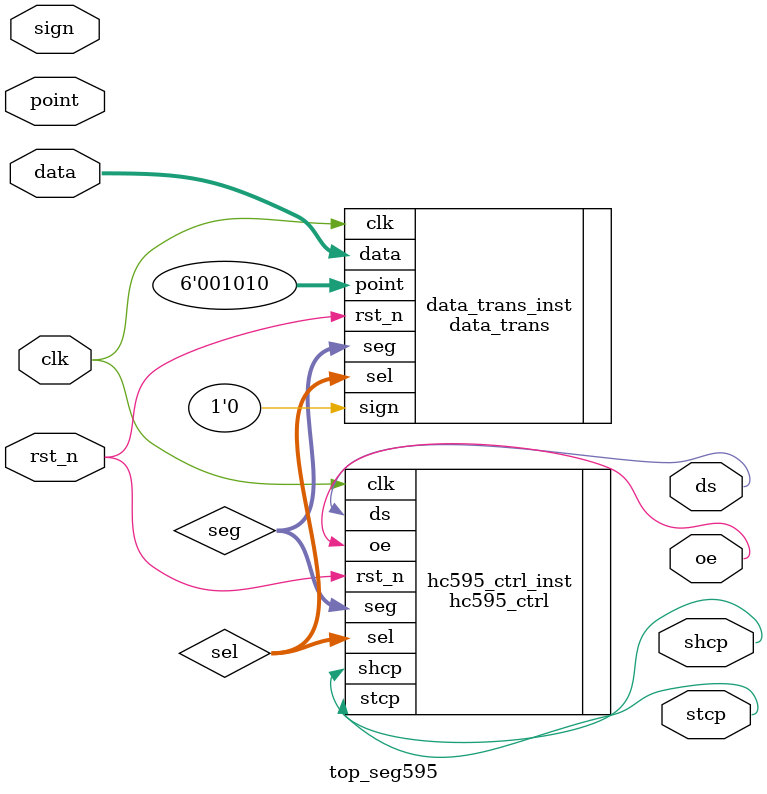
<source format=v>
module top_seg595
(
    input        clk,
    input        rst_n,
    input [19:0] data,
    input        sign,
    input [5:0]  point,
    
    output wire stcp,
    output wire shcp,
    output wire ds,  
    output wire oe   
);

wire [5:0]  sel;
wire [7:0]  seg;


data_trans data_trans_inst
(
    . data  (data ),
    . clk   (clk  ),
    . rst_n (rst_n),
    . sign  (1'b0 ),    // 1表示负号 ， 0表示正号（不显示）
    . point (6'b001010),

    .sel (sel),
    .seg (seg)
);

hc595_ctrl hc595_ctrl_inst
(
    .clk    (clk  )    ,
    .rst_n  (rst_n)    ,
    .sel    (sel )    ,
    .seg    (seg)    ,  

    .stcp (stcp),
    .shcp (shcp),
    .ds    (ds),
    .oe    (oe)
);

endmodule
</source>
